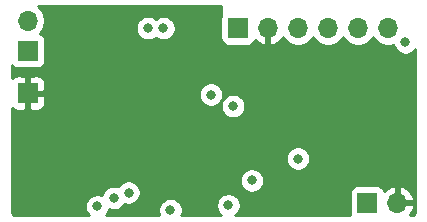
<source format=gbr>
G04 #@! TF.GenerationSoftware,KiCad,Pcbnew,(5.1.5)-3*
G04 #@! TF.CreationDate,2020-07-02T11:34:45+10:00*
G04 #@! TF.ProjectId,Heterodyne,48657465-726f-4647-996e-652e6b696361,rev?*
G04 #@! TF.SameCoordinates,Original*
G04 #@! TF.FileFunction,Copper,L2,Inr*
G04 #@! TF.FilePolarity,Positive*
%FSLAX46Y46*%
G04 Gerber Fmt 4.6, Leading zero omitted, Abs format (unit mm)*
G04 Created by KiCad (PCBNEW (5.1.5)-3) date 2020-07-02 11:34:45*
%MOMM*%
%LPD*%
G04 APERTURE LIST*
%ADD10O,1.700000X1.700000*%
%ADD11R,1.700000X1.700000*%
%ADD12C,0.800000*%
%ADD13C,0.254000*%
G04 APERTURE END LIST*
D10*
X136020000Y-49500000D03*
X133480000Y-49500000D03*
X130940000Y-49500000D03*
X128400000Y-49500000D03*
X125860000Y-49500000D03*
D11*
X123320000Y-49500000D03*
X105500000Y-55000000D03*
X105500000Y-51400000D03*
D10*
X105500000Y-48860000D03*
X136800000Y-64300000D03*
D11*
X134260000Y-64300000D03*
D12*
X110000000Y-53000000D03*
X110500000Y-57500000D03*
X137875000Y-56800000D03*
X133823897Y-55323897D03*
X130800000Y-53800000D03*
X124500000Y-59500000D03*
X117600000Y-60400000D03*
X129600000Y-62800000D03*
X120800000Y-53299996D03*
X113900000Y-53400000D03*
X122500000Y-64500000D03*
X117600000Y-64900000D03*
X128400000Y-60550000D03*
X115700000Y-49500000D03*
X137500000Y-50700000D03*
X124500000Y-62400000D03*
X114055553Y-63419447D03*
X112800000Y-63874990D03*
X122900000Y-56100000D03*
X121032641Y-55132641D03*
X111400000Y-64600000D03*
X117000000Y-49500000D03*
D13*
G36*
X121873000Y-48430538D02*
G01*
X121844188Y-48525518D01*
X121831928Y-48650000D01*
X121831928Y-50350000D01*
X121844188Y-50474482D01*
X121880498Y-50594180D01*
X121939463Y-50704494D01*
X122018815Y-50801185D01*
X122115506Y-50880537D01*
X122225820Y-50939502D01*
X122345518Y-50975812D01*
X122470000Y-50988072D01*
X124170000Y-50988072D01*
X124294482Y-50975812D01*
X124414180Y-50939502D01*
X124524494Y-50880537D01*
X124621185Y-50801185D01*
X124700537Y-50704494D01*
X124759502Y-50594180D01*
X124783966Y-50513534D01*
X124859731Y-50597588D01*
X125093080Y-50771641D01*
X125355901Y-50896825D01*
X125503110Y-50941476D01*
X125733000Y-50820155D01*
X125733000Y-49627000D01*
X125713000Y-49627000D01*
X125713000Y-49373000D01*
X125733000Y-49373000D01*
X125733000Y-49353000D01*
X125987000Y-49353000D01*
X125987000Y-49373000D01*
X126007000Y-49373000D01*
X126007000Y-49627000D01*
X125987000Y-49627000D01*
X125987000Y-50820155D01*
X126216890Y-50941476D01*
X126364099Y-50896825D01*
X126626920Y-50771641D01*
X126860269Y-50597588D01*
X127055178Y-50381355D01*
X127124805Y-50264466D01*
X127246525Y-50446632D01*
X127453368Y-50653475D01*
X127696589Y-50815990D01*
X127966842Y-50927932D01*
X128253740Y-50985000D01*
X128546260Y-50985000D01*
X128833158Y-50927932D01*
X129103411Y-50815990D01*
X129346632Y-50653475D01*
X129553475Y-50446632D01*
X129670000Y-50272240D01*
X129786525Y-50446632D01*
X129993368Y-50653475D01*
X130236589Y-50815990D01*
X130506842Y-50927932D01*
X130793740Y-50985000D01*
X131086260Y-50985000D01*
X131373158Y-50927932D01*
X131643411Y-50815990D01*
X131886632Y-50653475D01*
X132093475Y-50446632D01*
X132210000Y-50272240D01*
X132326525Y-50446632D01*
X132533368Y-50653475D01*
X132776589Y-50815990D01*
X133046842Y-50927932D01*
X133333740Y-50985000D01*
X133626260Y-50985000D01*
X133913158Y-50927932D01*
X134183411Y-50815990D01*
X134426632Y-50653475D01*
X134633475Y-50446632D01*
X134750000Y-50272240D01*
X134866525Y-50446632D01*
X135073368Y-50653475D01*
X135316589Y-50815990D01*
X135586842Y-50927932D01*
X135873740Y-50985000D01*
X136166260Y-50985000D01*
X136453158Y-50927932D01*
X136487252Y-50913810D01*
X136504774Y-51001898D01*
X136582795Y-51190256D01*
X136696063Y-51359774D01*
X136840226Y-51503937D01*
X137009744Y-51617205D01*
X137198102Y-51695226D01*
X137398061Y-51735000D01*
X137601939Y-51735000D01*
X137801898Y-51695226D01*
X137990256Y-51617205D01*
X138159774Y-51503937D01*
X138303937Y-51359774D01*
X138340001Y-51305801D01*
X138340000Y-64967721D01*
X138330420Y-65065424D01*
X138311420Y-65128357D01*
X138280554Y-65186406D01*
X138239011Y-65237343D01*
X138188356Y-65279248D01*
X138130529Y-65310515D01*
X138067728Y-65329956D01*
X137972165Y-65340000D01*
X137852178Y-65340000D01*
X137995178Y-65181355D01*
X138144157Y-64931252D01*
X138241481Y-64656891D01*
X138120814Y-64427000D01*
X136927000Y-64427000D01*
X136927000Y-64447000D01*
X136673000Y-64447000D01*
X136673000Y-64427000D01*
X136653000Y-64427000D01*
X136653000Y-64173000D01*
X136673000Y-64173000D01*
X136673000Y-62979845D01*
X136927000Y-62979845D01*
X136927000Y-64173000D01*
X138120814Y-64173000D01*
X138241481Y-63943109D01*
X138144157Y-63668748D01*
X137995178Y-63418645D01*
X137800269Y-63202412D01*
X137566920Y-63028359D01*
X137304099Y-62903175D01*
X137156890Y-62858524D01*
X136927000Y-62979845D01*
X136673000Y-62979845D01*
X136443110Y-62858524D01*
X136295901Y-62903175D01*
X136033080Y-63028359D01*
X135799731Y-63202412D01*
X135723966Y-63286466D01*
X135699502Y-63205820D01*
X135640537Y-63095506D01*
X135561185Y-62998815D01*
X135464494Y-62919463D01*
X135354180Y-62860498D01*
X135234482Y-62824188D01*
X135110000Y-62811928D01*
X133410000Y-62811928D01*
X133285518Y-62824188D01*
X133165820Y-62860498D01*
X133055506Y-62919463D01*
X132958815Y-62998815D01*
X132879463Y-63095506D01*
X132820498Y-63205820D01*
X132784188Y-63325518D01*
X132771928Y-63450000D01*
X132771928Y-65150000D01*
X132784188Y-65274482D01*
X132804063Y-65340000D01*
X123105802Y-65340000D01*
X123159774Y-65303937D01*
X123303937Y-65159774D01*
X123417205Y-64990256D01*
X123495226Y-64801898D01*
X123535000Y-64601939D01*
X123535000Y-64398061D01*
X123495226Y-64198102D01*
X123417205Y-64009744D01*
X123303937Y-63840226D01*
X123159774Y-63696063D01*
X122990256Y-63582795D01*
X122801898Y-63504774D01*
X122601939Y-63465000D01*
X122398061Y-63465000D01*
X122198102Y-63504774D01*
X122009744Y-63582795D01*
X121840226Y-63696063D01*
X121696063Y-63840226D01*
X121582795Y-64009744D01*
X121504774Y-64198102D01*
X121465000Y-64398061D01*
X121465000Y-64601939D01*
X121504774Y-64801898D01*
X121582795Y-64990256D01*
X121696063Y-65159774D01*
X121840226Y-65303937D01*
X121894198Y-65340000D01*
X118538022Y-65340000D01*
X118595226Y-65201898D01*
X118635000Y-65001939D01*
X118635000Y-64798061D01*
X118595226Y-64598102D01*
X118517205Y-64409744D01*
X118403937Y-64240226D01*
X118259774Y-64096063D01*
X118090256Y-63982795D01*
X117901898Y-63904774D01*
X117701939Y-63865000D01*
X117498061Y-63865000D01*
X117298102Y-63904774D01*
X117109744Y-63982795D01*
X116940226Y-64096063D01*
X116796063Y-64240226D01*
X116682795Y-64409744D01*
X116604774Y-64598102D01*
X116565000Y-64798061D01*
X116565000Y-65001939D01*
X116604774Y-65201898D01*
X116661978Y-65340000D01*
X112123711Y-65340000D01*
X112203937Y-65259774D01*
X112317205Y-65090256D01*
X112395226Y-64901898D01*
X112408879Y-64833258D01*
X112498102Y-64870216D01*
X112698061Y-64909990D01*
X112901939Y-64909990D01*
X113101898Y-64870216D01*
X113290256Y-64792195D01*
X113459774Y-64678927D01*
X113603937Y-64534764D01*
X113699240Y-64392133D01*
X113753655Y-64414673D01*
X113953614Y-64454447D01*
X114157492Y-64454447D01*
X114357451Y-64414673D01*
X114545809Y-64336652D01*
X114715327Y-64223384D01*
X114859490Y-64079221D01*
X114972758Y-63909703D01*
X115050779Y-63721345D01*
X115090553Y-63521386D01*
X115090553Y-63317508D01*
X115050779Y-63117549D01*
X114972758Y-62929191D01*
X114859490Y-62759673D01*
X114715327Y-62615510D01*
X114545809Y-62502242D01*
X114357451Y-62424221D01*
X114157492Y-62384447D01*
X113953614Y-62384447D01*
X113753655Y-62424221D01*
X113565297Y-62502242D01*
X113395779Y-62615510D01*
X113251616Y-62759673D01*
X113156313Y-62902304D01*
X113101898Y-62879764D01*
X112901939Y-62839990D01*
X112698061Y-62839990D01*
X112498102Y-62879764D01*
X112309744Y-62957785D01*
X112140226Y-63071053D01*
X111996063Y-63215216D01*
X111882795Y-63384734D01*
X111804774Y-63573092D01*
X111791121Y-63641732D01*
X111701898Y-63604774D01*
X111501939Y-63565000D01*
X111298061Y-63565000D01*
X111098102Y-63604774D01*
X110909744Y-63682795D01*
X110740226Y-63796063D01*
X110596063Y-63940226D01*
X110482795Y-64109744D01*
X110404774Y-64298102D01*
X110365000Y-64498061D01*
X110365000Y-64701939D01*
X110404774Y-64901898D01*
X110482795Y-65090256D01*
X110596063Y-65259774D01*
X110676289Y-65340000D01*
X104532279Y-65340000D01*
X104434576Y-65330420D01*
X104371643Y-65311420D01*
X104313594Y-65280554D01*
X104262657Y-65239011D01*
X104220752Y-65188356D01*
X104189485Y-65130529D01*
X104170044Y-65067728D01*
X104160000Y-64972165D01*
X104160000Y-62298061D01*
X123465000Y-62298061D01*
X123465000Y-62501939D01*
X123504774Y-62701898D01*
X123582795Y-62890256D01*
X123696063Y-63059774D01*
X123840226Y-63203937D01*
X124009744Y-63317205D01*
X124198102Y-63395226D01*
X124398061Y-63435000D01*
X124601939Y-63435000D01*
X124801898Y-63395226D01*
X124990256Y-63317205D01*
X125159774Y-63203937D01*
X125303937Y-63059774D01*
X125417205Y-62890256D01*
X125495226Y-62701898D01*
X125535000Y-62501939D01*
X125535000Y-62298061D01*
X125495226Y-62098102D01*
X125417205Y-61909744D01*
X125303937Y-61740226D01*
X125159774Y-61596063D01*
X124990256Y-61482795D01*
X124801898Y-61404774D01*
X124601939Y-61365000D01*
X124398061Y-61365000D01*
X124198102Y-61404774D01*
X124009744Y-61482795D01*
X123840226Y-61596063D01*
X123696063Y-61740226D01*
X123582795Y-61909744D01*
X123504774Y-62098102D01*
X123465000Y-62298061D01*
X104160000Y-62298061D01*
X104160000Y-60448061D01*
X127365000Y-60448061D01*
X127365000Y-60651939D01*
X127404774Y-60851898D01*
X127482795Y-61040256D01*
X127596063Y-61209774D01*
X127740226Y-61353937D01*
X127909744Y-61467205D01*
X128098102Y-61545226D01*
X128298061Y-61585000D01*
X128501939Y-61585000D01*
X128701898Y-61545226D01*
X128890256Y-61467205D01*
X129059774Y-61353937D01*
X129203937Y-61209774D01*
X129317205Y-61040256D01*
X129395226Y-60851898D01*
X129435000Y-60651939D01*
X129435000Y-60448061D01*
X129395226Y-60248102D01*
X129317205Y-60059744D01*
X129203937Y-59890226D01*
X129059774Y-59746063D01*
X128890256Y-59632795D01*
X128701898Y-59554774D01*
X128501939Y-59515000D01*
X128298061Y-59515000D01*
X128098102Y-59554774D01*
X127909744Y-59632795D01*
X127740226Y-59746063D01*
X127596063Y-59890226D01*
X127482795Y-60059744D01*
X127404774Y-60248102D01*
X127365000Y-60448061D01*
X104160000Y-60448061D01*
X104160000Y-56253889D01*
X104198815Y-56301185D01*
X104295506Y-56380537D01*
X104405820Y-56439502D01*
X104525518Y-56475812D01*
X104650000Y-56488072D01*
X105214250Y-56485000D01*
X105373000Y-56326250D01*
X105373000Y-55127000D01*
X105627000Y-55127000D01*
X105627000Y-56326250D01*
X105785750Y-56485000D01*
X106350000Y-56488072D01*
X106474482Y-56475812D01*
X106594180Y-56439502D01*
X106704494Y-56380537D01*
X106801185Y-56301185D01*
X106880537Y-56204494D01*
X106939502Y-56094180D01*
X106975812Y-55974482D01*
X106988072Y-55850000D01*
X106985000Y-55285750D01*
X106826250Y-55127000D01*
X105627000Y-55127000D01*
X105373000Y-55127000D01*
X105353000Y-55127000D01*
X105353000Y-55030702D01*
X119997641Y-55030702D01*
X119997641Y-55234580D01*
X120037415Y-55434539D01*
X120115436Y-55622897D01*
X120228704Y-55792415D01*
X120372867Y-55936578D01*
X120542385Y-56049846D01*
X120730743Y-56127867D01*
X120930702Y-56167641D01*
X121134580Y-56167641D01*
X121334539Y-56127867D01*
X121522897Y-56049846D01*
X121600398Y-55998061D01*
X121865000Y-55998061D01*
X121865000Y-56201939D01*
X121904774Y-56401898D01*
X121982795Y-56590256D01*
X122096063Y-56759774D01*
X122240226Y-56903937D01*
X122409744Y-57017205D01*
X122598102Y-57095226D01*
X122798061Y-57135000D01*
X123001939Y-57135000D01*
X123201898Y-57095226D01*
X123390256Y-57017205D01*
X123559774Y-56903937D01*
X123703937Y-56759774D01*
X123817205Y-56590256D01*
X123895226Y-56401898D01*
X123935000Y-56201939D01*
X123935000Y-55998061D01*
X123895226Y-55798102D01*
X123817205Y-55609744D01*
X123703937Y-55440226D01*
X123559774Y-55296063D01*
X123390256Y-55182795D01*
X123201898Y-55104774D01*
X123001939Y-55065000D01*
X122798061Y-55065000D01*
X122598102Y-55104774D01*
X122409744Y-55182795D01*
X122240226Y-55296063D01*
X122096063Y-55440226D01*
X121982795Y-55609744D01*
X121904774Y-55798102D01*
X121865000Y-55998061D01*
X121600398Y-55998061D01*
X121692415Y-55936578D01*
X121836578Y-55792415D01*
X121949846Y-55622897D01*
X122027867Y-55434539D01*
X122067641Y-55234580D01*
X122067641Y-55030702D01*
X122027867Y-54830743D01*
X121949846Y-54642385D01*
X121836578Y-54472867D01*
X121692415Y-54328704D01*
X121522897Y-54215436D01*
X121334539Y-54137415D01*
X121134580Y-54097641D01*
X120930702Y-54097641D01*
X120730743Y-54137415D01*
X120542385Y-54215436D01*
X120372867Y-54328704D01*
X120228704Y-54472867D01*
X120115436Y-54642385D01*
X120037415Y-54830743D01*
X119997641Y-55030702D01*
X105353000Y-55030702D01*
X105353000Y-54873000D01*
X105373000Y-54873000D01*
X105373000Y-53673750D01*
X105627000Y-53673750D01*
X105627000Y-54873000D01*
X106826250Y-54873000D01*
X106985000Y-54714250D01*
X106988072Y-54150000D01*
X106975812Y-54025518D01*
X106939502Y-53905820D01*
X106880537Y-53795506D01*
X106801185Y-53698815D01*
X106704494Y-53619463D01*
X106594180Y-53560498D01*
X106474482Y-53524188D01*
X106350000Y-53511928D01*
X105785750Y-53515000D01*
X105627000Y-53673750D01*
X105373000Y-53673750D01*
X105214250Y-53515000D01*
X104650000Y-53511928D01*
X104525518Y-53524188D01*
X104405820Y-53560498D01*
X104295506Y-53619463D01*
X104198815Y-53698815D01*
X104160000Y-53746111D01*
X104160000Y-52653889D01*
X104198815Y-52701185D01*
X104295506Y-52780537D01*
X104405820Y-52839502D01*
X104525518Y-52875812D01*
X104650000Y-52888072D01*
X106350000Y-52888072D01*
X106474482Y-52875812D01*
X106594180Y-52839502D01*
X106704494Y-52780537D01*
X106801185Y-52701185D01*
X106880537Y-52604494D01*
X106939502Y-52494180D01*
X106975812Y-52374482D01*
X106988072Y-52250000D01*
X106988072Y-50550000D01*
X106975812Y-50425518D01*
X106939502Y-50305820D01*
X106880537Y-50195506D01*
X106801185Y-50098815D01*
X106704494Y-50019463D01*
X106594180Y-49960498D01*
X106521620Y-49938487D01*
X106653475Y-49806632D01*
X106815990Y-49563411D01*
X106884479Y-49398061D01*
X114665000Y-49398061D01*
X114665000Y-49601939D01*
X114704774Y-49801898D01*
X114782795Y-49990256D01*
X114896063Y-50159774D01*
X115040226Y-50303937D01*
X115209744Y-50417205D01*
X115398102Y-50495226D01*
X115598061Y-50535000D01*
X115801939Y-50535000D01*
X116001898Y-50495226D01*
X116190256Y-50417205D01*
X116350000Y-50310468D01*
X116509744Y-50417205D01*
X116698102Y-50495226D01*
X116898061Y-50535000D01*
X117101939Y-50535000D01*
X117301898Y-50495226D01*
X117490256Y-50417205D01*
X117659774Y-50303937D01*
X117803937Y-50159774D01*
X117917205Y-49990256D01*
X117995226Y-49801898D01*
X118035000Y-49601939D01*
X118035000Y-49398061D01*
X117995226Y-49198102D01*
X117917205Y-49009744D01*
X117803937Y-48840226D01*
X117659774Y-48696063D01*
X117490256Y-48582795D01*
X117301898Y-48504774D01*
X117101939Y-48465000D01*
X116898061Y-48465000D01*
X116698102Y-48504774D01*
X116509744Y-48582795D01*
X116350000Y-48689532D01*
X116190256Y-48582795D01*
X116001898Y-48504774D01*
X115801939Y-48465000D01*
X115598061Y-48465000D01*
X115398102Y-48504774D01*
X115209744Y-48582795D01*
X115040226Y-48696063D01*
X114896063Y-48840226D01*
X114782795Y-49009744D01*
X114704774Y-49198102D01*
X114665000Y-49398061D01*
X106884479Y-49398061D01*
X106927932Y-49293158D01*
X106985000Y-49006260D01*
X106985000Y-48713740D01*
X106927932Y-48426842D01*
X106815990Y-48156589D01*
X106653475Y-47913368D01*
X106446632Y-47706525D01*
X106377002Y-47660000D01*
X121873000Y-47660000D01*
X121873000Y-48430538D01*
G37*
X121873000Y-48430538D02*
X121844188Y-48525518D01*
X121831928Y-48650000D01*
X121831928Y-50350000D01*
X121844188Y-50474482D01*
X121880498Y-50594180D01*
X121939463Y-50704494D01*
X122018815Y-50801185D01*
X122115506Y-50880537D01*
X122225820Y-50939502D01*
X122345518Y-50975812D01*
X122470000Y-50988072D01*
X124170000Y-50988072D01*
X124294482Y-50975812D01*
X124414180Y-50939502D01*
X124524494Y-50880537D01*
X124621185Y-50801185D01*
X124700537Y-50704494D01*
X124759502Y-50594180D01*
X124783966Y-50513534D01*
X124859731Y-50597588D01*
X125093080Y-50771641D01*
X125355901Y-50896825D01*
X125503110Y-50941476D01*
X125733000Y-50820155D01*
X125733000Y-49627000D01*
X125713000Y-49627000D01*
X125713000Y-49373000D01*
X125733000Y-49373000D01*
X125733000Y-49353000D01*
X125987000Y-49353000D01*
X125987000Y-49373000D01*
X126007000Y-49373000D01*
X126007000Y-49627000D01*
X125987000Y-49627000D01*
X125987000Y-50820155D01*
X126216890Y-50941476D01*
X126364099Y-50896825D01*
X126626920Y-50771641D01*
X126860269Y-50597588D01*
X127055178Y-50381355D01*
X127124805Y-50264466D01*
X127246525Y-50446632D01*
X127453368Y-50653475D01*
X127696589Y-50815990D01*
X127966842Y-50927932D01*
X128253740Y-50985000D01*
X128546260Y-50985000D01*
X128833158Y-50927932D01*
X129103411Y-50815990D01*
X129346632Y-50653475D01*
X129553475Y-50446632D01*
X129670000Y-50272240D01*
X129786525Y-50446632D01*
X129993368Y-50653475D01*
X130236589Y-50815990D01*
X130506842Y-50927932D01*
X130793740Y-50985000D01*
X131086260Y-50985000D01*
X131373158Y-50927932D01*
X131643411Y-50815990D01*
X131886632Y-50653475D01*
X132093475Y-50446632D01*
X132210000Y-50272240D01*
X132326525Y-50446632D01*
X132533368Y-50653475D01*
X132776589Y-50815990D01*
X133046842Y-50927932D01*
X133333740Y-50985000D01*
X133626260Y-50985000D01*
X133913158Y-50927932D01*
X134183411Y-50815990D01*
X134426632Y-50653475D01*
X134633475Y-50446632D01*
X134750000Y-50272240D01*
X134866525Y-50446632D01*
X135073368Y-50653475D01*
X135316589Y-50815990D01*
X135586842Y-50927932D01*
X135873740Y-50985000D01*
X136166260Y-50985000D01*
X136453158Y-50927932D01*
X136487252Y-50913810D01*
X136504774Y-51001898D01*
X136582795Y-51190256D01*
X136696063Y-51359774D01*
X136840226Y-51503937D01*
X137009744Y-51617205D01*
X137198102Y-51695226D01*
X137398061Y-51735000D01*
X137601939Y-51735000D01*
X137801898Y-51695226D01*
X137990256Y-51617205D01*
X138159774Y-51503937D01*
X138303937Y-51359774D01*
X138340001Y-51305801D01*
X138340000Y-64967721D01*
X138330420Y-65065424D01*
X138311420Y-65128357D01*
X138280554Y-65186406D01*
X138239011Y-65237343D01*
X138188356Y-65279248D01*
X138130529Y-65310515D01*
X138067728Y-65329956D01*
X137972165Y-65340000D01*
X137852178Y-65340000D01*
X137995178Y-65181355D01*
X138144157Y-64931252D01*
X138241481Y-64656891D01*
X138120814Y-64427000D01*
X136927000Y-64427000D01*
X136927000Y-64447000D01*
X136673000Y-64447000D01*
X136673000Y-64427000D01*
X136653000Y-64427000D01*
X136653000Y-64173000D01*
X136673000Y-64173000D01*
X136673000Y-62979845D01*
X136927000Y-62979845D01*
X136927000Y-64173000D01*
X138120814Y-64173000D01*
X138241481Y-63943109D01*
X138144157Y-63668748D01*
X137995178Y-63418645D01*
X137800269Y-63202412D01*
X137566920Y-63028359D01*
X137304099Y-62903175D01*
X137156890Y-62858524D01*
X136927000Y-62979845D01*
X136673000Y-62979845D01*
X136443110Y-62858524D01*
X136295901Y-62903175D01*
X136033080Y-63028359D01*
X135799731Y-63202412D01*
X135723966Y-63286466D01*
X135699502Y-63205820D01*
X135640537Y-63095506D01*
X135561185Y-62998815D01*
X135464494Y-62919463D01*
X135354180Y-62860498D01*
X135234482Y-62824188D01*
X135110000Y-62811928D01*
X133410000Y-62811928D01*
X133285518Y-62824188D01*
X133165820Y-62860498D01*
X133055506Y-62919463D01*
X132958815Y-62998815D01*
X132879463Y-63095506D01*
X132820498Y-63205820D01*
X132784188Y-63325518D01*
X132771928Y-63450000D01*
X132771928Y-65150000D01*
X132784188Y-65274482D01*
X132804063Y-65340000D01*
X123105802Y-65340000D01*
X123159774Y-65303937D01*
X123303937Y-65159774D01*
X123417205Y-64990256D01*
X123495226Y-64801898D01*
X123535000Y-64601939D01*
X123535000Y-64398061D01*
X123495226Y-64198102D01*
X123417205Y-64009744D01*
X123303937Y-63840226D01*
X123159774Y-63696063D01*
X122990256Y-63582795D01*
X122801898Y-63504774D01*
X122601939Y-63465000D01*
X122398061Y-63465000D01*
X122198102Y-63504774D01*
X122009744Y-63582795D01*
X121840226Y-63696063D01*
X121696063Y-63840226D01*
X121582795Y-64009744D01*
X121504774Y-64198102D01*
X121465000Y-64398061D01*
X121465000Y-64601939D01*
X121504774Y-64801898D01*
X121582795Y-64990256D01*
X121696063Y-65159774D01*
X121840226Y-65303937D01*
X121894198Y-65340000D01*
X118538022Y-65340000D01*
X118595226Y-65201898D01*
X118635000Y-65001939D01*
X118635000Y-64798061D01*
X118595226Y-64598102D01*
X118517205Y-64409744D01*
X118403937Y-64240226D01*
X118259774Y-64096063D01*
X118090256Y-63982795D01*
X117901898Y-63904774D01*
X117701939Y-63865000D01*
X117498061Y-63865000D01*
X117298102Y-63904774D01*
X117109744Y-63982795D01*
X116940226Y-64096063D01*
X116796063Y-64240226D01*
X116682795Y-64409744D01*
X116604774Y-64598102D01*
X116565000Y-64798061D01*
X116565000Y-65001939D01*
X116604774Y-65201898D01*
X116661978Y-65340000D01*
X112123711Y-65340000D01*
X112203937Y-65259774D01*
X112317205Y-65090256D01*
X112395226Y-64901898D01*
X112408879Y-64833258D01*
X112498102Y-64870216D01*
X112698061Y-64909990D01*
X112901939Y-64909990D01*
X113101898Y-64870216D01*
X113290256Y-64792195D01*
X113459774Y-64678927D01*
X113603937Y-64534764D01*
X113699240Y-64392133D01*
X113753655Y-64414673D01*
X113953614Y-64454447D01*
X114157492Y-64454447D01*
X114357451Y-64414673D01*
X114545809Y-64336652D01*
X114715327Y-64223384D01*
X114859490Y-64079221D01*
X114972758Y-63909703D01*
X115050779Y-63721345D01*
X115090553Y-63521386D01*
X115090553Y-63317508D01*
X115050779Y-63117549D01*
X114972758Y-62929191D01*
X114859490Y-62759673D01*
X114715327Y-62615510D01*
X114545809Y-62502242D01*
X114357451Y-62424221D01*
X114157492Y-62384447D01*
X113953614Y-62384447D01*
X113753655Y-62424221D01*
X113565297Y-62502242D01*
X113395779Y-62615510D01*
X113251616Y-62759673D01*
X113156313Y-62902304D01*
X113101898Y-62879764D01*
X112901939Y-62839990D01*
X112698061Y-62839990D01*
X112498102Y-62879764D01*
X112309744Y-62957785D01*
X112140226Y-63071053D01*
X111996063Y-63215216D01*
X111882795Y-63384734D01*
X111804774Y-63573092D01*
X111791121Y-63641732D01*
X111701898Y-63604774D01*
X111501939Y-63565000D01*
X111298061Y-63565000D01*
X111098102Y-63604774D01*
X110909744Y-63682795D01*
X110740226Y-63796063D01*
X110596063Y-63940226D01*
X110482795Y-64109744D01*
X110404774Y-64298102D01*
X110365000Y-64498061D01*
X110365000Y-64701939D01*
X110404774Y-64901898D01*
X110482795Y-65090256D01*
X110596063Y-65259774D01*
X110676289Y-65340000D01*
X104532279Y-65340000D01*
X104434576Y-65330420D01*
X104371643Y-65311420D01*
X104313594Y-65280554D01*
X104262657Y-65239011D01*
X104220752Y-65188356D01*
X104189485Y-65130529D01*
X104170044Y-65067728D01*
X104160000Y-64972165D01*
X104160000Y-62298061D01*
X123465000Y-62298061D01*
X123465000Y-62501939D01*
X123504774Y-62701898D01*
X123582795Y-62890256D01*
X123696063Y-63059774D01*
X123840226Y-63203937D01*
X124009744Y-63317205D01*
X124198102Y-63395226D01*
X124398061Y-63435000D01*
X124601939Y-63435000D01*
X124801898Y-63395226D01*
X124990256Y-63317205D01*
X125159774Y-63203937D01*
X125303937Y-63059774D01*
X125417205Y-62890256D01*
X125495226Y-62701898D01*
X125535000Y-62501939D01*
X125535000Y-62298061D01*
X125495226Y-62098102D01*
X125417205Y-61909744D01*
X125303937Y-61740226D01*
X125159774Y-61596063D01*
X124990256Y-61482795D01*
X124801898Y-61404774D01*
X124601939Y-61365000D01*
X124398061Y-61365000D01*
X124198102Y-61404774D01*
X124009744Y-61482795D01*
X123840226Y-61596063D01*
X123696063Y-61740226D01*
X123582795Y-61909744D01*
X123504774Y-62098102D01*
X123465000Y-62298061D01*
X104160000Y-62298061D01*
X104160000Y-60448061D01*
X127365000Y-60448061D01*
X127365000Y-60651939D01*
X127404774Y-60851898D01*
X127482795Y-61040256D01*
X127596063Y-61209774D01*
X127740226Y-61353937D01*
X127909744Y-61467205D01*
X128098102Y-61545226D01*
X128298061Y-61585000D01*
X128501939Y-61585000D01*
X128701898Y-61545226D01*
X128890256Y-61467205D01*
X129059774Y-61353937D01*
X129203937Y-61209774D01*
X129317205Y-61040256D01*
X129395226Y-60851898D01*
X129435000Y-60651939D01*
X129435000Y-60448061D01*
X129395226Y-60248102D01*
X129317205Y-60059744D01*
X129203937Y-59890226D01*
X129059774Y-59746063D01*
X128890256Y-59632795D01*
X128701898Y-59554774D01*
X128501939Y-59515000D01*
X128298061Y-59515000D01*
X128098102Y-59554774D01*
X127909744Y-59632795D01*
X127740226Y-59746063D01*
X127596063Y-59890226D01*
X127482795Y-60059744D01*
X127404774Y-60248102D01*
X127365000Y-60448061D01*
X104160000Y-60448061D01*
X104160000Y-56253889D01*
X104198815Y-56301185D01*
X104295506Y-56380537D01*
X104405820Y-56439502D01*
X104525518Y-56475812D01*
X104650000Y-56488072D01*
X105214250Y-56485000D01*
X105373000Y-56326250D01*
X105373000Y-55127000D01*
X105627000Y-55127000D01*
X105627000Y-56326250D01*
X105785750Y-56485000D01*
X106350000Y-56488072D01*
X106474482Y-56475812D01*
X106594180Y-56439502D01*
X106704494Y-56380537D01*
X106801185Y-56301185D01*
X106880537Y-56204494D01*
X106939502Y-56094180D01*
X106975812Y-55974482D01*
X106988072Y-55850000D01*
X106985000Y-55285750D01*
X106826250Y-55127000D01*
X105627000Y-55127000D01*
X105373000Y-55127000D01*
X105353000Y-55127000D01*
X105353000Y-55030702D01*
X119997641Y-55030702D01*
X119997641Y-55234580D01*
X120037415Y-55434539D01*
X120115436Y-55622897D01*
X120228704Y-55792415D01*
X120372867Y-55936578D01*
X120542385Y-56049846D01*
X120730743Y-56127867D01*
X120930702Y-56167641D01*
X121134580Y-56167641D01*
X121334539Y-56127867D01*
X121522897Y-56049846D01*
X121600398Y-55998061D01*
X121865000Y-55998061D01*
X121865000Y-56201939D01*
X121904774Y-56401898D01*
X121982795Y-56590256D01*
X122096063Y-56759774D01*
X122240226Y-56903937D01*
X122409744Y-57017205D01*
X122598102Y-57095226D01*
X122798061Y-57135000D01*
X123001939Y-57135000D01*
X123201898Y-57095226D01*
X123390256Y-57017205D01*
X123559774Y-56903937D01*
X123703937Y-56759774D01*
X123817205Y-56590256D01*
X123895226Y-56401898D01*
X123935000Y-56201939D01*
X123935000Y-55998061D01*
X123895226Y-55798102D01*
X123817205Y-55609744D01*
X123703937Y-55440226D01*
X123559774Y-55296063D01*
X123390256Y-55182795D01*
X123201898Y-55104774D01*
X123001939Y-55065000D01*
X122798061Y-55065000D01*
X122598102Y-55104774D01*
X122409744Y-55182795D01*
X122240226Y-55296063D01*
X122096063Y-55440226D01*
X121982795Y-55609744D01*
X121904774Y-55798102D01*
X121865000Y-55998061D01*
X121600398Y-55998061D01*
X121692415Y-55936578D01*
X121836578Y-55792415D01*
X121949846Y-55622897D01*
X122027867Y-55434539D01*
X122067641Y-55234580D01*
X122067641Y-55030702D01*
X122027867Y-54830743D01*
X121949846Y-54642385D01*
X121836578Y-54472867D01*
X121692415Y-54328704D01*
X121522897Y-54215436D01*
X121334539Y-54137415D01*
X121134580Y-54097641D01*
X120930702Y-54097641D01*
X120730743Y-54137415D01*
X120542385Y-54215436D01*
X120372867Y-54328704D01*
X120228704Y-54472867D01*
X120115436Y-54642385D01*
X120037415Y-54830743D01*
X119997641Y-55030702D01*
X105353000Y-55030702D01*
X105353000Y-54873000D01*
X105373000Y-54873000D01*
X105373000Y-53673750D01*
X105627000Y-53673750D01*
X105627000Y-54873000D01*
X106826250Y-54873000D01*
X106985000Y-54714250D01*
X106988072Y-54150000D01*
X106975812Y-54025518D01*
X106939502Y-53905820D01*
X106880537Y-53795506D01*
X106801185Y-53698815D01*
X106704494Y-53619463D01*
X106594180Y-53560498D01*
X106474482Y-53524188D01*
X106350000Y-53511928D01*
X105785750Y-53515000D01*
X105627000Y-53673750D01*
X105373000Y-53673750D01*
X105214250Y-53515000D01*
X104650000Y-53511928D01*
X104525518Y-53524188D01*
X104405820Y-53560498D01*
X104295506Y-53619463D01*
X104198815Y-53698815D01*
X104160000Y-53746111D01*
X104160000Y-52653889D01*
X104198815Y-52701185D01*
X104295506Y-52780537D01*
X104405820Y-52839502D01*
X104525518Y-52875812D01*
X104650000Y-52888072D01*
X106350000Y-52888072D01*
X106474482Y-52875812D01*
X106594180Y-52839502D01*
X106704494Y-52780537D01*
X106801185Y-52701185D01*
X106880537Y-52604494D01*
X106939502Y-52494180D01*
X106975812Y-52374482D01*
X106988072Y-52250000D01*
X106988072Y-50550000D01*
X106975812Y-50425518D01*
X106939502Y-50305820D01*
X106880537Y-50195506D01*
X106801185Y-50098815D01*
X106704494Y-50019463D01*
X106594180Y-49960498D01*
X106521620Y-49938487D01*
X106653475Y-49806632D01*
X106815990Y-49563411D01*
X106884479Y-49398061D01*
X114665000Y-49398061D01*
X114665000Y-49601939D01*
X114704774Y-49801898D01*
X114782795Y-49990256D01*
X114896063Y-50159774D01*
X115040226Y-50303937D01*
X115209744Y-50417205D01*
X115398102Y-50495226D01*
X115598061Y-50535000D01*
X115801939Y-50535000D01*
X116001898Y-50495226D01*
X116190256Y-50417205D01*
X116350000Y-50310468D01*
X116509744Y-50417205D01*
X116698102Y-50495226D01*
X116898061Y-50535000D01*
X117101939Y-50535000D01*
X117301898Y-50495226D01*
X117490256Y-50417205D01*
X117659774Y-50303937D01*
X117803937Y-50159774D01*
X117917205Y-49990256D01*
X117995226Y-49801898D01*
X118035000Y-49601939D01*
X118035000Y-49398061D01*
X117995226Y-49198102D01*
X117917205Y-49009744D01*
X117803937Y-48840226D01*
X117659774Y-48696063D01*
X117490256Y-48582795D01*
X117301898Y-48504774D01*
X117101939Y-48465000D01*
X116898061Y-48465000D01*
X116698102Y-48504774D01*
X116509744Y-48582795D01*
X116350000Y-48689532D01*
X116190256Y-48582795D01*
X116001898Y-48504774D01*
X115801939Y-48465000D01*
X115598061Y-48465000D01*
X115398102Y-48504774D01*
X115209744Y-48582795D01*
X115040226Y-48696063D01*
X114896063Y-48840226D01*
X114782795Y-49009744D01*
X114704774Y-49198102D01*
X114665000Y-49398061D01*
X106884479Y-49398061D01*
X106927932Y-49293158D01*
X106985000Y-49006260D01*
X106985000Y-48713740D01*
X106927932Y-48426842D01*
X106815990Y-48156589D01*
X106653475Y-47913368D01*
X106446632Y-47706525D01*
X106377002Y-47660000D01*
X121873000Y-47660000D01*
X121873000Y-48430538D01*
M02*

</source>
